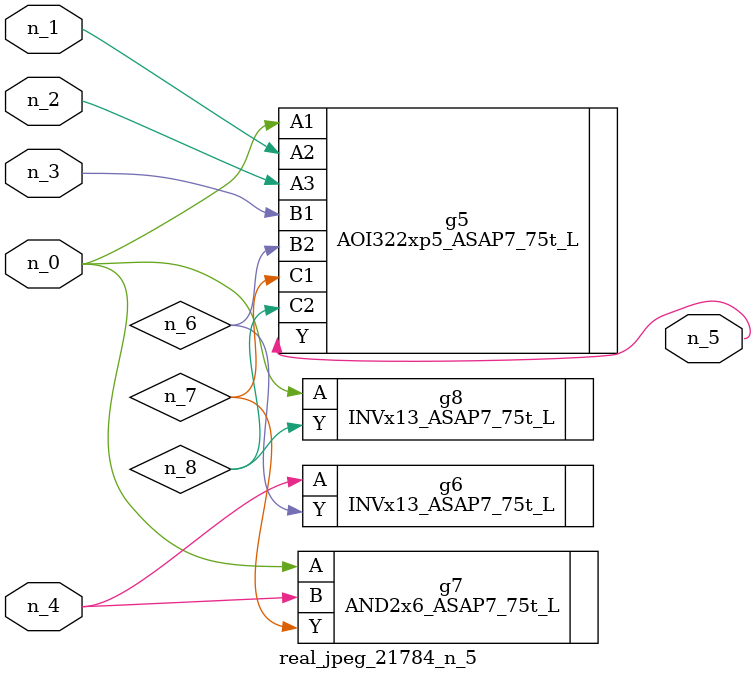
<source format=v>
module real_jpeg_21784_n_5 (n_4, n_0, n_1, n_2, n_3, n_5);

input n_4;
input n_0;
input n_1;
input n_2;
input n_3;

output n_5;

wire n_8;
wire n_6;
wire n_7;

AOI322xp5_ASAP7_75t_L g5 ( 
.A1(n_0),
.A2(n_1),
.A3(n_2),
.B1(n_3),
.B2(n_6),
.C1(n_7),
.C2(n_8),
.Y(n_5)
);

AND2x6_ASAP7_75t_L g7 ( 
.A(n_0),
.B(n_4),
.Y(n_7)
);

INVx13_ASAP7_75t_L g8 ( 
.A(n_0),
.Y(n_8)
);

INVx13_ASAP7_75t_L g6 ( 
.A(n_4),
.Y(n_6)
);


endmodule
</source>
